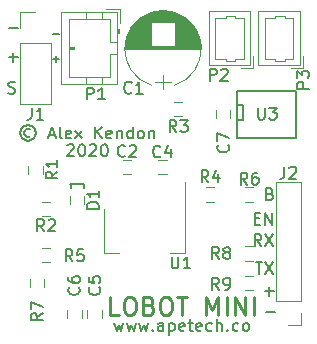
<source format=gto>
G04 #@! TF.GenerationSoftware,KiCad,Pcbnew,(5.1.6)-1*
G04 #@! TF.CreationDate,2020-09-12T19:57:54+12:00*
G04 #@! TF.ProjectId,ESPAnt,45535041-6e74-42e6-9b69-6361645f7063,rev?*
G04 #@! TF.SameCoordinates,PX42c1d80PY8f0d180*
G04 #@! TF.FileFunction,Legend,Top*
G04 #@! TF.FilePolarity,Positive*
%FSLAX46Y46*%
G04 Gerber Fmt 4.6, Leading zero omitted, Abs format (unit mm)*
G04 Created by KiCad (PCBNEW (5.1.6)-1) date 2020-09-12 19:57:54*
%MOMM*%
%LPD*%
G01*
G04 APERTURE LIST*
%ADD10C,0.150000*%
%ADD11C,0.250000*%
%ADD12C,0.120000*%
%ADD13C,0.100000*%
G04 APERTURE END LIST*
D10*
X6785714Y22952381D02*
X6833333Y23000000D01*
X6928571Y23047620D01*
X7166666Y23047620D01*
X7261904Y23000000D01*
X7309523Y22952381D01*
X7357142Y22857143D01*
X7357142Y22761905D01*
X7309523Y22619048D01*
X6738095Y22047620D01*
X7357142Y22047620D01*
X7976190Y23047620D02*
X8071428Y23047620D01*
X8166666Y23000000D01*
X8214285Y22952381D01*
X8261904Y22857143D01*
X8309523Y22666667D01*
X8309523Y22428572D01*
X8261904Y22238096D01*
X8214285Y22142858D01*
X8166666Y22095239D01*
X8071428Y22047620D01*
X7976190Y22047620D01*
X7880952Y22095239D01*
X7833333Y22142858D01*
X7785714Y22238096D01*
X7738095Y22428572D01*
X7738095Y22666667D01*
X7785714Y22857143D01*
X7833333Y22952381D01*
X7880952Y23000000D01*
X7976190Y23047620D01*
X8690476Y22952381D02*
X8738095Y23000000D01*
X8833333Y23047620D01*
X9071428Y23047620D01*
X9166666Y23000000D01*
X9214285Y22952381D01*
X9261904Y22857143D01*
X9261904Y22761905D01*
X9214285Y22619048D01*
X8642857Y22047620D01*
X9261904Y22047620D01*
X9880952Y23047620D02*
X9976190Y23047620D01*
X10071428Y23000000D01*
X10119047Y22952381D01*
X10166666Y22857143D01*
X10214285Y22666667D01*
X10214285Y22428572D01*
X10166666Y22238096D01*
X10119047Y22142858D01*
X10071428Y22095239D01*
X9976190Y22047620D01*
X9880952Y22047620D01*
X9785714Y22095239D01*
X9738095Y22142858D01*
X9690476Y22238096D01*
X9642857Y22428572D01*
X9642857Y22666667D01*
X9690476Y22857143D01*
X9738095Y22952381D01*
X9785714Y23000000D01*
X9880952Y23047620D01*
X3666666Y24309524D02*
X3571428Y24357143D01*
X3380952Y24357143D01*
X3285714Y24309524D01*
X3190476Y24214286D01*
X3142857Y24119048D01*
X3142857Y23928572D01*
X3190476Y23833334D01*
X3285714Y23738096D01*
X3380952Y23690477D01*
X3571428Y23690477D01*
X3666666Y23738096D01*
X3476190Y24690477D02*
X3238095Y24642858D01*
X3000000Y24500000D01*
X2857142Y24261905D01*
X2809523Y24023810D01*
X2857142Y23785715D01*
X3000000Y23547620D01*
X3238095Y23404762D01*
X3476190Y23357143D01*
X3714285Y23404762D01*
X3952380Y23547620D01*
X4095238Y23785715D01*
X4142857Y24023810D01*
X4095238Y24261905D01*
X3952380Y24500000D01*
X3714285Y24642858D01*
X3476190Y24690477D01*
X5285714Y23833334D02*
X5761904Y23833334D01*
X5190476Y23547620D02*
X5523809Y24547620D01*
X5857142Y23547620D01*
X6333333Y23547620D02*
X6238095Y23595239D01*
X6190476Y23690477D01*
X6190476Y24547620D01*
X7095238Y23595239D02*
X7000000Y23547620D01*
X6809523Y23547620D01*
X6714285Y23595239D01*
X6666666Y23690477D01*
X6666666Y24071429D01*
X6714285Y24166667D01*
X6809523Y24214286D01*
X7000000Y24214286D01*
X7095238Y24166667D01*
X7142857Y24071429D01*
X7142857Y23976191D01*
X6666666Y23880953D01*
X7476190Y23547620D02*
X8000000Y24214286D01*
X7476190Y24214286D02*
X8000000Y23547620D01*
X9142857Y23547620D02*
X9142857Y24547620D01*
X9714285Y23547620D02*
X9285714Y24119048D01*
X9714285Y24547620D02*
X9142857Y23976191D01*
X10523809Y23595239D02*
X10428571Y23547620D01*
X10238095Y23547620D01*
X10142857Y23595239D01*
X10095238Y23690477D01*
X10095238Y24071429D01*
X10142857Y24166667D01*
X10238095Y24214286D01*
X10428571Y24214286D01*
X10523809Y24166667D01*
X10571428Y24071429D01*
X10571428Y23976191D01*
X10095238Y23880953D01*
X11000000Y24214286D02*
X11000000Y23547620D01*
X11000000Y24119048D02*
X11047619Y24166667D01*
X11142857Y24214286D01*
X11285714Y24214286D01*
X11380952Y24166667D01*
X11428571Y24071429D01*
X11428571Y23547620D01*
X12333333Y23547620D02*
X12333333Y24547620D01*
X12333333Y23595239D02*
X12238095Y23547620D01*
X12047619Y23547620D01*
X11952380Y23595239D01*
X11904761Y23642858D01*
X11857142Y23738096D01*
X11857142Y24023810D01*
X11904761Y24119048D01*
X11952380Y24166667D01*
X12047619Y24214286D01*
X12238095Y24214286D01*
X12333333Y24166667D01*
X12952380Y23547620D02*
X12857142Y23595239D01*
X12809523Y23642858D01*
X12761904Y23738096D01*
X12761904Y24023810D01*
X12809523Y24119048D01*
X12857142Y24166667D01*
X12952380Y24214286D01*
X13095238Y24214286D01*
X13190476Y24166667D01*
X13238095Y24119048D01*
X13285714Y24023810D01*
X13285714Y23738096D01*
X13238095Y23642858D01*
X13190476Y23595239D01*
X13095238Y23547620D01*
X12952380Y23547620D01*
X13714285Y24214286D02*
X13714285Y23547620D01*
X13714285Y24119048D02*
X13761904Y24166667D01*
X13857142Y24214286D01*
X14000000Y24214286D01*
X14095238Y24166667D01*
X14142857Y24071429D01*
X14142857Y23547620D01*
D11*
X11142857Y8621429D02*
X10428571Y8621429D01*
X10428571Y10121429D01*
X11928571Y10121429D02*
X12214285Y10121429D01*
X12357142Y10050000D01*
X12500000Y9907143D01*
X12571428Y9621429D01*
X12571428Y9121429D01*
X12500000Y8835715D01*
X12357142Y8692858D01*
X12214285Y8621429D01*
X11928571Y8621429D01*
X11785714Y8692858D01*
X11642857Y8835715D01*
X11571428Y9121429D01*
X11571428Y9621429D01*
X11642857Y9907143D01*
X11785714Y10050000D01*
X11928571Y10121429D01*
X13714285Y9407143D02*
X13928571Y9335715D01*
X14000000Y9264286D01*
X14071428Y9121429D01*
X14071428Y8907143D01*
X14000000Y8764286D01*
X13928571Y8692858D01*
X13785714Y8621429D01*
X13214285Y8621429D01*
X13214285Y10121429D01*
X13714285Y10121429D01*
X13857142Y10050000D01*
X13928571Y9978572D01*
X14000000Y9835715D01*
X14000000Y9692858D01*
X13928571Y9550000D01*
X13857142Y9478572D01*
X13714285Y9407143D01*
X13214285Y9407143D01*
X15000000Y10121429D02*
X15285714Y10121429D01*
X15428571Y10050000D01*
X15571428Y9907143D01*
X15642857Y9621429D01*
X15642857Y9121429D01*
X15571428Y8835715D01*
X15428571Y8692858D01*
X15285714Y8621429D01*
X15000000Y8621429D01*
X14857142Y8692858D01*
X14714285Y8835715D01*
X14642857Y9121429D01*
X14642857Y9621429D01*
X14714285Y9907143D01*
X14857142Y10050000D01*
X15000000Y10121429D01*
X16071428Y10121429D02*
X16928571Y10121429D01*
X16500000Y8621429D02*
X16500000Y10121429D01*
X18571428Y8621429D02*
X18571428Y10121429D01*
X19071428Y9050000D01*
X19571428Y10121429D01*
X19571428Y8621429D01*
X20285714Y8621429D02*
X20285714Y10121429D01*
X21000000Y8621429D02*
X21000000Y10121429D01*
X21857142Y8621429D01*
X21857142Y10121429D01*
X22571428Y8621429D02*
X22571428Y10121429D01*
D10*
X10785714Y7914286D02*
X10976190Y7247620D01*
X11166666Y7723810D01*
X11357142Y7247620D01*
X11547619Y7914286D01*
X11833333Y7914286D02*
X12023809Y7247620D01*
X12214285Y7723810D01*
X12404761Y7247620D01*
X12595238Y7914286D01*
X12880952Y7914286D02*
X13071428Y7247620D01*
X13261904Y7723810D01*
X13452380Y7247620D01*
X13642857Y7914286D01*
X14023809Y7342858D02*
X14071428Y7295239D01*
X14023809Y7247620D01*
X13976190Y7295239D01*
X14023809Y7342858D01*
X14023809Y7247620D01*
X14928571Y7247620D02*
X14928571Y7771429D01*
X14880952Y7866667D01*
X14785714Y7914286D01*
X14595238Y7914286D01*
X14500000Y7866667D01*
X14928571Y7295239D02*
X14833333Y7247620D01*
X14595238Y7247620D01*
X14500000Y7295239D01*
X14452380Y7390477D01*
X14452380Y7485715D01*
X14500000Y7580953D01*
X14595238Y7628572D01*
X14833333Y7628572D01*
X14928571Y7676191D01*
X15404761Y7914286D02*
X15404761Y6914286D01*
X15404761Y7866667D02*
X15500000Y7914286D01*
X15690476Y7914286D01*
X15785714Y7866667D01*
X15833333Y7819048D01*
X15880952Y7723810D01*
X15880952Y7438096D01*
X15833333Y7342858D01*
X15785714Y7295239D01*
X15690476Y7247620D01*
X15500000Y7247620D01*
X15404761Y7295239D01*
X16690476Y7295239D02*
X16595238Y7247620D01*
X16404761Y7247620D01*
X16309523Y7295239D01*
X16261904Y7390477D01*
X16261904Y7771429D01*
X16309523Y7866667D01*
X16404761Y7914286D01*
X16595238Y7914286D01*
X16690476Y7866667D01*
X16738095Y7771429D01*
X16738095Y7676191D01*
X16261904Y7580953D01*
X17023809Y7914286D02*
X17404761Y7914286D01*
X17166666Y8247620D02*
X17166666Y7390477D01*
X17214285Y7295239D01*
X17309523Y7247620D01*
X17404761Y7247620D01*
X18119047Y7295239D02*
X18023809Y7247620D01*
X17833333Y7247620D01*
X17738095Y7295239D01*
X17690476Y7390477D01*
X17690476Y7771429D01*
X17738095Y7866667D01*
X17833333Y7914286D01*
X18023809Y7914286D01*
X18119047Y7866667D01*
X18166666Y7771429D01*
X18166666Y7676191D01*
X17690476Y7580953D01*
X19023809Y7295239D02*
X18928571Y7247620D01*
X18738095Y7247620D01*
X18642857Y7295239D01*
X18595238Y7342858D01*
X18547619Y7438096D01*
X18547619Y7723810D01*
X18595238Y7819048D01*
X18642857Y7866667D01*
X18738095Y7914286D01*
X18928571Y7914286D01*
X19023809Y7866667D01*
X19452380Y7247620D02*
X19452380Y8247620D01*
X19880952Y7247620D02*
X19880952Y7771429D01*
X19833333Y7866667D01*
X19738095Y7914286D01*
X19595238Y7914286D01*
X19500000Y7866667D01*
X19452380Y7819048D01*
X20357142Y7342858D02*
X20404761Y7295239D01*
X20357142Y7247620D01*
X20309523Y7295239D01*
X20357142Y7342858D01*
X20357142Y7247620D01*
X21261904Y7295239D02*
X21166666Y7247620D01*
X20976190Y7247620D01*
X20880952Y7295239D01*
X20833333Y7342858D01*
X20785714Y7438096D01*
X20785714Y7723810D01*
X20833333Y7819048D01*
X20880952Y7866667D01*
X20976190Y7914286D01*
X21166666Y7914286D01*
X21261904Y7866667D01*
X21833333Y7247620D02*
X21738095Y7295239D01*
X21690476Y7342858D01*
X21642857Y7438096D01*
X21642857Y7723810D01*
X21690476Y7819048D01*
X21738095Y7866667D01*
X21833333Y7914286D01*
X21976190Y7914286D01*
X22071428Y7866667D01*
X22119047Y7819048D01*
X22166666Y7723810D01*
X22166666Y7438096D01*
X22119047Y7342858D01*
X22071428Y7295239D01*
X21976190Y7247620D01*
X21833333Y7247620D01*
X5583333Y30250000D02*
X6116666Y30250000D01*
X5850000Y29983334D02*
X5850000Y30516667D01*
X5583333Y32350000D02*
X6116666Y32350000D01*
X23971428Y18871429D02*
X24114285Y18823810D01*
X24161904Y18776191D01*
X24209523Y18680953D01*
X24209523Y18538096D01*
X24161904Y18442858D01*
X24114285Y18395239D01*
X24019047Y18347620D01*
X23638095Y18347620D01*
X23638095Y19347620D01*
X23971428Y19347620D01*
X24066666Y19300000D01*
X24114285Y19252381D01*
X24161904Y19157143D01*
X24161904Y19061905D01*
X24114285Y18966667D01*
X24066666Y18919048D01*
X23971428Y18871429D01*
X23638095Y18871429D01*
X22661904Y16771429D02*
X22995238Y16771429D01*
X23138095Y16247620D02*
X22661904Y16247620D01*
X22661904Y17247620D01*
X23138095Y17247620D01*
X23566666Y16247620D02*
X23566666Y17247620D01*
X24138095Y16247620D01*
X24138095Y17247620D01*
X23233333Y14447620D02*
X22900000Y14923810D01*
X22661904Y14447620D02*
X22661904Y15447620D01*
X23042857Y15447620D01*
X23138095Y15400000D01*
X23185714Y15352381D01*
X23233333Y15257143D01*
X23233333Y15114286D01*
X23185714Y15019048D01*
X23138095Y14971429D01*
X23042857Y14923810D01*
X22661904Y14923810D01*
X23566666Y15447620D02*
X24233333Y14447620D01*
X24233333Y15447620D02*
X23566666Y14447620D01*
X22738095Y13047620D02*
X23309523Y13047620D01*
X23023809Y12047620D02*
X23023809Y13047620D01*
X23547619Y13047620D02*
X24214285Y12047620D01*
X24214285Y13047620D02*
X23547619Y12047620D01*
X23619047Y8828572D02*
X24380952Y8828572D01*
X23519047Y10628572D02*
X24280952Y10628572D01*
X23900000Y10247620D02*
X23900000Y11009524D01*
X1814285Y27395239D02*
X1957142Y27347620D01*
X2195238Y27347620D01*
X2290476Y27395239D01*
X2338095Y27442858D01*
X2385714Y27538096D01*
X2385714Y27633334D01*
X2338095Y27728572D01*
X2290476Y27776191D01*
X2195238Y27823810D01*
X2004761Y27871429D01*
X1909523Y27919048D01*
X1861904Y27966667D01*
X1814285Y28061905D01*
X1814285Y28157143D01*
X1861904Y28252381D01*
X1909523Y28300000D01*
X2004761Y28347620D01*
X2242857Y28347620D01*
X2385714Y28300000D01*
X1819047Y30428572D02*
X2580952Y30428572D01*
X2200000Y30047620D02*
X2200000Y30809524D01*
X1819047Y32928572D02*
X2580952Y32928572D01*
X21668000Y25092000D02*
X21160000Y25092000D01*
X21668000Y26362000D02*
X21668000Y25092000D01*
X21160000Y26362000D02*
X21668000Y26362000D01*
X21160000Y23600000D02*
X21160000Y27600000D01*
X26200000Y23600000D02*
X21160000Y23600000D01*
X26200000Y27600000D02*
X26200000Y23600000D01*
X21160000Y27600000D02*
X26200000Y27600000D01*
D12*
X26725000Y29500000D02*
X26725000Y30500000D01*
X26725000Y29500000D02*
X25725000Y29500000D01*
X23525000Y33750000D02*
X23525000Y32025000D01*
X24400000Y33750000D02*
X23525000Y33750000D01*
X24400000Y33950000D02*
X24400000Y33750000D01*
X25200000Y33950000D02*
X24400000Y33950000D01*
X25200000Y33750000D02*
X25200000Y33950000D01*
X25925000Y33750000D02*
X25200000Y33750000D01*
X25925000Y32025000D02*
X25925000Y33750000D01*
X23525000Y30300000D02*
X23525000Y32025000D01*
X24400000Y30300000D02*
X23525000Y30300000D01*
X24400000Y30100000D02*
X24400000Y30300000D01*
X25200000Y30100000D02*
X24400000Y30100000D01*
X25200000Y30300000D02*
X25200000Y30100000D01*
X25925000Y30300000D02*
X25200000Y30300000D01*
X25925000Y32025000D02*
X25925000Y30300000D01*
X22975000Y34300000D02*
X22975000Y29750000D01*
X26475000Y34300000D02*
X22975000Y34300000D01*
X26475000Y29750000D02*
X26475000Y34300000D01*
X22975000Y29750000D02*
X26475000Y29750000D01*
X22525000Y29500000D02*
X22525000Y30500000D01*
X22525000Y29500000D02*
X21525000Y29500000D01*
X19325000Y33750000D02*
X19325000Y32025000D01*
X20200000Y33750000D02*
X19325000Y33750000D01*
X20200000Y33950000D02*
X20200000Y33750000D01*
X21000000Y33950000D02*
X20200000Y33950000D01*
X21000000Y33750000D02*
X21000000Y33950000D01*
X21725000Y33750000D02*
X21000000Y33750000D01*
X21725000Y32025000D02*
X21725000Y33750000D01*
X19325000Y30300000D02*
X19325000Y32025000D01*
X20200000Y30300000D02*
X19325000Y30300000D01*
X20200000Y30100000D02*
X20200000Y30300000D01*
X21000000Y30100000D02*
X20200000Y30100000D01*
X21000000Y30300000D02*
X21000000Y30100000D01*
X21725000Y30300000D02*
X21000000Y30300000D01*
X21725000Y32025000D02*
X21725000Y30300000D01*
X18775000Y34300000D02*
X18775000Y29750000D01*
X22275000Y34300000D02*
X18775000Y34300000D01*
X22275000Y29750000D02*
X22275000Y34300000D01*
X18775000Y29750000D02*
X22275000Y29750000D01*
X26560000Y7740000D02*
X25500000Y7740000D01*
X26560000Y8800000D02*
X26560000Y7740000D01*
X26560000Y9800000D02*
X24440000Y9800000D01*
X24440000Y9800000D02*
X24440000Y19860000D01*
X26560000Y9800000D02*
X26560000Y19860000D01*
X26560000Y19860000D02*
X24440000Y19860000D01*
X4700000Y21250000D02*
X4700000Y20550000D01*
X3500000Y20550000D02*
X3500000Y21250000D01*
X22550000Y10700000D02*
X21850000Y10700000D01*
X21850000Y11900000D02*
X22550000Y11900000D01*
X22550000Y13200000D02*
X21850000Y13200000D01*
X21850000Y14400000D02*
X22550000Y14400000D01*
X4800000Y11650000D02*
X4800000Y10950000D01*
X3600000Y10950000D02*
X3600000Y11650000D01*
X21850000Y19400000D02*
X22550000Y19400000D01*
X22550000Y18200000D02*
X21850000Y18200000D01*
X4650000Y14300000D02*
X5350000Y14300000D01*
X5350000Y13100000D02*
X4650000Y13100000D01*
X19250000Y18200000D02*
X18550000Y18200000D01*
X18550000Y19400000D02*
X19250000Y19400000D01*
X15850000Y26650000D02*
X16550000Y26650000D01*
X16550000Y25450000D02*
X15850000Y25450000D01*
X5350000Y16950000D02*
X4650000Y16950000D01*
X4650000Y18150000D02*
X5350000Y18150000D01*
X2770000Y34230000D02*
X4100000Y34230000D01*
X2770000Y32900000D02*
X2770000Y34230000D01*
X2770000Y31630000D02*
X5430000Y31630000D01*
X5430000Y31630000D02*
X5430000Y26490000D01*
X2770000Y31630000D02*
X2770000Y26490000D01*
X2770000Y26490000D02*
X5430000Y26490000D01*
D13*
X7100000Y19650000D02*
X7100000Y19350000D01*
X7100000Y19350000D02*
X7000000Y19350000D01*
X7000000Y19350000D02*
X7000000Y19650000D01*
X8200000Y19650000D02*
X8200000Y19350000D01*
X8200000Y19350000D02*
X8100000Y19350000D01*
X8100000Y19350000D02*
X8100000Y19650000D01*
D10*
X8200000Y19650000D02*
X7000000Y19650000D01*
D12*
X7000000Y18000000D02*
X7000000Y18700000D01*
X8200000Y18700000D02*
X8200000Y18000000D01*
X20600000Y25950000D02*
X20600000Y25250000D01*
X19400000Y25250000D02*
X19400000Y25950000D01*
X8000000Y9050000D02*
X8000000Y8350000D01*
X6800000Y8350000D02*
X6800000Y9050000D01*
X9700000Y9050000D02*
X9700000Y8350000D01*
X8500000Y8350000D02*
X8500000Y9050000D01*
X15200000Y20500000D02*
X14500000Y20500000D01*
X14500000Y21700000D02*
X15200000Y21700000D01*
X12200000Y20500000D02*
X11500000Y20500000D01*
X11500000Y21700000D02*
X12200000Y21700000D01*
X11300000Y34550000D02*
X10050000Y34550000D01*
X11300000Y33300000D02*
X11300000Y34550000D01*
X6900000Y31200000D02*
X7400000Y31200000D01*
X7400000Y31100000D02*
X6900000Y31100000D01*
X7400000Y31300000D02*
X7400000Y31100000D01*
X6900000Y31300000D02*
X7400000Y31300000D01*
X11100000Y32500000D02*
X11100000Y32800000D01*
X11200000Y32800000D02*
X11000000Y32800000D01*
X11200000Y32500000D02*
X11200000Y32800000D01*
X11000000Y32500000D02*
X11200000Y32500000D01*
X8400000Y28150000D02*
X8400000Y28750000D01*
X9700000Y28150000D02*
X9700000Y28750000D01*
X8400000Y34250000D02*
X8400000Y33650000D01*
X9700000Y34250000D02*
X9700000Y33650000D01*
X10400000Y30700000D02*
X11000000Y30700000D01*
X10400000Y28750000D02*
X10400000Y30700000D01*
X6900000Y28750000D02*
X10400000Y28750000D01*
X6900000Y33650000D02*
X6900000Y28750000D01*
X10400000Y33650000D02*
X6900000Y33650000D01*
X10400000Y31700000D02*
X10400000Y33650000D01*
X11000000Y31700000D02*
X10400000Y31700000D01*
X11000000Y28150000D02*
X11000000Y34250000D01*
X6300000Y28150000D02*
X11000000Y28150000D01*
X6300000Y34250000D02*
X6300000Y28150000D01*
X11000000Y34250000D02*
X6300000Y34250000D01*
X16760000Y19850000D02*
X16760000Y13840000D01*
X9940000Y17600000D02*
X9940000Y13840000D01*
X16760000Y13840000D02*
X15500000Y13840000D01*
X9940000Y13840000D02*
X11200000Y13840000D01*
X11700000Y31150000D02*
X18100000Y31150000D01*
X11700000Y31190000D02*
X18100000Y31190000D01*
X11700000Y31230000D02*
X18100000Y31230000D01*
X11702000Y31270000D02*
X18098000Y31270000D01*
X11703000Y31310000D02*
X18097000Y31310000D01*
X11706000Y31350000D02*
X18094000Y31350000D01*
X11708000Y31390000D02*
X18092000Y31390000D01*
X11712000Y31430000D02*
X13920000Y31430000D01*
X15880000Y31430000D02*
X18088000Y31430000D01*
X11715000Y31470000D02*
X13920000Y31470000D01*
X15880000Y31470000D02*
X18085000Y31470000D01*
X11720000Y31510000D02*
X13920000Y31510000D01*
X15880000Y31510000D02*
X18080000Y31510000D01*
X11724000Y31550000D02*
X13920000Y31550000D01*
X15880000Y31550000D02*
X18076000Y31550000D01*
X11730000Y31590000D02*
X13920000Y31590000D01*
X15880000Y31590000D02*
X18070000Y31590000D01*
X11735000Y31630000D02*
X13920000Y31630000D01*
X15880000Y31630000D02*
X18065000Y31630000D01*
X11742000Y31670000D02*
X13920000Y31670000D01*
X15880000Y31670000D02*
X18058000Y31670000D01*
X11748000Y31710000D02*
X13920000Y31710000D01*
X15880000Y31710000D02*
X18052000Y31710000D01*
X11756000Y31750000D02*
X13920000Y31750000D01*
X15880000Y31750000D02*
X18044000Y31750000D01*
X11763000Y31790000D02*
X13920000Y31790000D01*
X15880000Y31790000D02*
X18037000Y31790000D01*
X11772000Y31830000D02*
X13920000Y31830000D01*
X15880000Y31830000D02*
X18028000Y31830000D01*
X11781000Y31871000D02*
X13920000Y31871000D01*
X15880000Y31871000D02*
X18019000Y31871000D01*
X11790000Y31911000D02*
X13920000Y31911000D01*
X15880000Y31911000D02*
X18010000Y31911000D01*
X11800000Y31951000D02*
X13920000Y31951000D01*
X15880000Y31951000D02*
X18000000Y31951000D01*
X11810000Y31991000D02*
X13920000Y31991000D01*
X15880000Y31991000D02*
X17990000Y31991000D01*
X11821000Y32031000D02*
X13920000Y32031000D01*
X15880000Y32031000D02*
X17979000Y32031000D01*
X11833000Y32071000D02*
X13920000Y32071000D01*
X15880000Y32071000D02*
X17967000Y32071000D01*
X11845000Y32111000D02*
X13920000Y32111000D01*
X15880000Y32111000D02*
X17955000Y32111000D01*
X11858000Y32151000D02*
X13920000Y32151000D01*
X15880000Y32151000D02*
X17942000Y32151000D01*
X11871000Y32191000D02*
X13920000Y32191000D01*
X15880000Y32191000D02*
X17929000Y32191000D01*
X11885000Y32231000D02*
X13920000Y32231000D01*
X15880000Y32231000D02*
X17915000Y32231000D01*
X11899000Y32271000D02*
X13920000Y32271000D01*
X15880000Y32271000D02*
X17901000Y32271000D01*
X11914000Y32311000D02*
X13920000Y32311000D01*
X15880000Y32311000D02*
X17886000Y32311000D01*
X11930000Y32351000D02*
X13920000Y32351000D01*
X15880000Y32351000D02*
X17870000Y32351000D01*
X11946000Y32391000D02*
X13920000Y32391000D01*
X15880000Y32391000D02*
X17854000Y32391000D01*
X11963000Y32431000D02*
X13920000Y32431000D01*
X15880000Y32431000D02*
X17837000Y32431000D01*
X11981000Y32471000D02*
X13920000Y32471000D01*
X15880000Y32471000D02*
X17819000Y32471000D01*
X11999000Y32511000D02*
X13920000Y32511000D01*
X15880000Y32511000D02*
X17801000Y32511000D01*
X12018000Y32551000D02*
X13920000Y32551000D01*
X15880000Y32551000D02*
X17782000Y32551000D01*
X12037000Y32591000D02*
X13920000Y32591000D01*
X15880000Y32591000D02*
X17763000Y32591000D01*
X12057000Y32631000D02*
X13920000Y32631000D01*
X15880000Y32631000D02*
X17743000Y32631000D01*
X12078000Y32671000D02*
X13920000Y32671000D01*
X15880000Y32671000D02*
X17722000Y32671000D01*
X12100000Y32711000D02*
X13920000Y32711000D01*
X15880000Y32711000D02*
X17700000Y32711000D01*
X12122000Y32751000D02*
X13920000Y32751000D01*
X15880000Y32751000D02*
X17678000Y32751000D01*
X12145000Y32791000D02*
X13920000Y32791000D01*
X15880000Y32791000D02*
X17655000Y32791000D01*
X12169000Y32831000D02*
X13920000Y32831000D01*
X15880000Y32831000D02*
X17631000Y32831000D01*
X12194000Y32871000D02*
X13920000Y32871000D01*
X15880000Y32871000D02*
X17606000Y32871000D01*
X12219000Y32911000D02*
X13920000Y32911000D01*
X15880000Y32911000D02*
X17581000Y32911000D01*
X12246000Y32951000D02*
X13920000Y32951000D01*
X15880000Y32951000D02*
X17554000Y32951000D01*
X12273000Y32991000D02*
X13920000Y32991000D01*
X15880000Y32991000D02*
X17527000Y32991000D01*
X12301000Y33031000D02*
X13920000Y33031000D01*
X15880000Y33031000D02*
X17499000Y33031000D01*
X12330000Y33071000D02*
X13920000Y33071000D01*
X15880000Y33071000D02*
X17470000Y33071000D01*
X12360000Y33111000D02*
X13920000Y33111000D01*
X15880000Y33111000D02*
X17440000Y33111000D01*
X12390000Y33151000D02*
X13920000Y33151000D01*
X15880000Y33151000D02*
X17410000Y33151000D01*
X12422000Y33191000D02*
X13920000Y33191000D01*
X15880000Y33191000D02*
X17378000Y33191000D01*
X12455000Y33231000D02*
X13920000Y33231000D01*
X15880000Y33231000D02*
X17345000Y33231000D01*
X12489000Y33271000D02*
X13920000Y33271000D01*
X15880000Y33271000D02*
X17311000Y33271000D01*
X12525000Y33311000D02*
X13920000Y33311000D01*
X15880000Y33311000D02*
X17275000Y33311000D01*
X12561000Y33351000D02*
X13920000Y33351000D01*
X15880000Y33351000D02*
X17239000Y33351000D01*
X12599000Y33391000D02*
X17201000Y33391000D01*
X12638000Y33431000D02*
X17162000Y33431000D01*
X12678000Y33471000D02*
X17122000Y33471000D01*
X12720000Y33511000D02*
X17080000Y33511000D01*
X12763000Y33551000D02*
X17037000Y33551000D01*
X12808000Y33591000D02*
X16992000Y33591000D01*
X12855000Y33631000D02*
X16945000Y33631000D01*
X12903000Y33671000D02*
X16897000Y33671000D01*
X12954000Y33711000D02*
X16846000Y33711000D01*
X13006000Y33751000D02*
X16794000Y33751000D01*
X13061000Y33791000D02*
X16739000Y33791000D01*
X13119000Y33831000D02*
X16681000Y33831000D01*
X13179000Y33871000D02*
X16621000Y33871000D01*
X13242000Y33911000D02*
X16558000Y33911000D01*
X13309000Y33951000D02*
X16491000Y33951000D01*
X13380000Y33991000D02*
X16420000Y33991000D01*
X13455000Y34031000D02*
X16345000Y34031000D01*
X13536000Y34071000D02*
X16264000Y34071000D01*
X13622000Y34111000D02*
X16178000Y34111000D01*
X13716000Y34151000D02*
X16084000Y34151000D01*
X13819000Y34191000D02*
X15981000Y34191000D01*
X13934000Y34231000D02*
X15866000Y34231000D01*
X14066000Y34271000D02*
X15734000Y34271000D01*
X14224000Y34311000D02*
X15576000Y34311000D01*
X14432000Y34351000D02*
X15368000Y34351000D01*
X14900000Y27700000D02*
X14900000Y28900000D01*
X14250000Y28300000D02*
X15550000Y28300000D01*
X15879357Y34238440D02*
G75*
G03*
X13920000Y34238236I-979357J-3088440D01*
G01*
X15879357Y34238440D02*
G75*
G02*
X15880000Y28061764I-979357J-3088440D01*
G01*
X13920643Y34238440D02*
G75*
G03*
X13920000Y28061764I979357J-3088440D01*
G01*
D10*
X22938095Y26147620D02*
X22938095Y25338096D01*
X22985714Y25242858D01*
X23033333Y25195239D01*
X23128571Y25147620D01*
X23319047Y25147620D01*
X23414285Y25195239D01*
X23461904Y25242858D01*
X23509523Y25338096D01*
X23509523Y26147620D01*
X23890476Y26147620D02*
X24509523Y26147620D01*
X24176190Y25766667D01*
X24319047Y25766667D01*
X24414285Y25719048D01*
X24461904Y25671429D01*
X24509523Y25576191D01*
X24509523Y25338096D01*
X24461904Y25242858D01*
X24414285Y25195239D01*
X24319047Y25147620D01*
X24033333Y25147620D01*
X23938095Y25195239D01*
X23890476Y25242858D01*
X27252380Y27761905D02*
X26252380Y27761905D01*
X26252380Y28142858D01*
X26300000Y28238096D01*
X26347619Y28285715D01*
X26442857Y28333334D01*
X26585714Y28333334D01*
X26680952Y28285715D01*
X26728571Y28238096D01*
X26776190Y28142858D01*
X26776190Y27761905D01*
X26252380Y28666667D02*
X26252380Y29285715D01*
X26633333Y28952381D01*
X26633333Y29095239D01*
X26680952Y29190477D01*
X26728571Y29238096D01*
X26823809Y29285715D01*
X27061904Y29285715D01*
X27157142Y29238096D01*
X27204761Y29190477D01*
X27252380Y29095239D01*
X27252380Y28809524D01*
X27204761Y28714286D01*
X27157142Y28666667D01*
X18861904Y28447620D02*
X18861904Y29447620D01*
X19242857Y29447620D01*
X19338095Y29400000D01*
X19385714Y29352381D01*
X19433333Y29257143D01*
X19433333Y29114286D01*
X19385714Y29019048D01*
X19338095Y28971429D01*
X19242857Y28923810D01*
X18861904Y28923810D01*
X19814285Y29352381D02*
X19861904Y29400000D01*
X19957142Y29447620D01*
X20195238Y29447620D01*
X20290476Y29400000D01*
X20338095Y29352381D01*
X20385714Y29257143D01*
X20385714Y29161905D01*
X20338095Y29019048D01*
X19766666Y28447620D01*
X20385714Y28447620D01*
X25166666Y21147620D02*
X25166666Y20433334D01*
X25119047Y20290477D01*
X25023809Y20195239D01*
X24880952Y20147620D01*
X24785714Y20147620D01*
X25595238Y21052381D02*
X25642857Y21100000D01*
X25738095Y21147620D01*
X25976190Y21147620D01*
X26071428Y21100000D01*
X26119047Y21052381D01*
X26166666Y20957143D01*
X26166666Y20861905D01*
X26119047Y20719048D01*
X25547619Y20147620D01*
X26166666Y20147620D01*
X5952380Y20733334D02*
X5476190Y20400000D01*
X5952380Y20161905D02*
X4952380Y20161905D01*
X4952380Y20542858D01*
X5000000Y20638096D01*
X5047619Y20685715D01*
X5142857Y20733334D01*
X5285714Y20733334D01*
X5380952Y20685715D01*
X5428571Y20638096D01*
X5476190Y20542858D01*
X5476190Y20161905D01*
X5952380Y21685715D02*
X5952380Y21114286D01*
X5952380Y21400000D02*
X4952380Y21400000D01*
X5095238Y21304762D01*
X5190476Y21209524D01*
X5238095Y21114286D01*
X19633333Y10747620D02*
X19300000Y11223810D01*
X19061904Y10747620D02*
X19061904Y11747620D01*
X19442857Y11747620D01*
X19538095Y11700000D01*
X19585714Y11652381D01*
X19633333Y11557143D01*
X19633333Y11414286D01*
X19585714Y11319048D01*
X19538095Y11271429D01*
X19442857Y11223810D01*
X19061904Y11223810D01*
X20109523Y10747620D02*
X20300000Y10747620D01*
X20395238Y10795239D01*
X20442857Y10842858D01*
X20538095Y10985715D01*
X20585714Y11176191D01*
X20585714Y11557143D01*
X20538095Y11652381D01*
X20490476Y11700000D01*
X20395238Y11747620D01*
X20204761Y11747620D01*
X20109523Y11700000D01*
X20061904Y11652381D01*
X20014285Y11557143D01*
X20014285Y11319048D01*
X20061904Y11223810D01*
X20109523Y11176191D01*
X20204761Y11128572D01*
X20395238Y11128572D01*
X20490476Y11176191D01*
X20538095Y11223810D01*
X20585714Y11319048D01*
X19633333Y13347620D02*
X19300000Y13823810D01*
X19061904Y13347620D02*
X19061904Y14347620D01*
X19442857Y14347620D01*
X19538095Y14300000D01*
X19585714Y14252381D01*
X19633333Y14157143D01*
X19633333Y14014286D01*
X19585714Y13919048D01*
X19538095Y13871429D01*
X19442857Y13823810D01*
X19061904Y13823810D01*
X20204761Y13919048D02*
X20109523Y13966667D01*
X20061904Y14014286D01*
X20014285Y14109524D01*
X20014285Y14157143D01*
X20061904Y14252381D01*
X20109523Y14300000D01*
X20204761Y14347620D01*
X20395238Y14347620D01*
X20490476Y14300000D01*
X20538095Y14252381D01*
X20585714Y14157143D01*
X20585714Y14109524D01*
X20538095Y14014286D01*
X20490476Y13966667D01*
X20395238Y13919048D01*
X20204761Y13919048D01*
X20109523Y13871429D01*
X20061904Y13823810D01*
X20014285Y13728572D01*
X20014285Y13538096D01*
X20061904Y13442858D01*
X20109523Y13395239D01*
X20204761Y13347620D01*
X20395238Y13347620D01*
X20490476Y13395239D01*
X20538095Y13442858D01*
X20585714Y13538096D01*
X20585714Y13728572D01*
X20538095Y13823810D01*
X20490476Y13871429D01*
X20395238Y13919048D01*
X4702380Y8733334D02*
X4226190Y8400000D01*
X4702380Y8161905D02*
X3702380Y8161905D01*
X3702380Y8542858D01*
X3750000Y8638096D01*
X3797619Y8685715D01*
X3892857Y8733334D01*
X4035714Y8733334D01*
X4130952Y8685715D01*
X4178571Y8638096D01*
X4226190Y8542858D01*
X4226190Y8161905D01*
X3702380Y9066667D02*
X3702380Y9733334D01*
X4702380Y9304762D01*
X22033333Y19647620D02*
X21700000Y20123810D01*
X21461904Y19647620D02*
X21461904Y20647620D01*
X21842857Y20647620D01*
X21938095Y20600000D01*
X21985714Y20552381D01*
X22033333Y20457143D01*
X22033333Y20314286D01*
X21985714Y20219048D01*
X21938095Y20171429D01*
X21842857Y20123810D01*
X21461904Y20123810D01*
X22890476Y20647620D02*
X22700000Y20647620D01*
X22604761Y20600000D01*
X22557142Y20552381D01*
X22461904Y20409524D01*
X22414285Y20219048D01*
X22414285Y19838096D01*
X22461904Y19742858D01*
X22509523Y19695239D01*
X22604761Y19647620D01*
X22795238Y19647620D01*
X22890476Y19695239D01*
X22938095Y19742858D01*
X22985714Y19838096D01*
X22985714Y20076191D01*
X22938095Y20171429D01*
X22890476Y20219048D01*
X22795238Y20266667D01*
X22604761Y20266667D01*
X22509523Y20219048D01*
X22461904Y20171429D01*
X22414285Y20076191D01*
X7233333Y13147620D02*
X6900000Y13623810D01*
X6661904Y13147620D02*
X6661904Y14147620D01*
X7042857Y14147620D01*
X7138095Y14100000D01*
X7185714Y14052381D01*
X7233333Y13957143D01*
X7233333Y13814286D01*
X7185714Y13719048D01*
X7138095Y13671429D01*
X7042857Y13623810D01*
X6661904Y13623810D01*
X8138095Y14147620D02*
X7661904Y14147620D01*
X7614285Y13671429D01*
X7661904Y13719048D01*
X7757142Y13766667D01*
X7995238Y13766667D01*
X8090476Y13719048D01*
X8138095Y13671429D01*
X8185714Y13576191D01*
X8185714Y13338096D01*
X8138095Y13242858D01*
X8090476Y13195239D01*
X7995238Y13147620D01*
X7757142Y13147620D01*
X7661904Y13195239D01*
X7614285Y13242858D01*
X18733333Y19847620D02*
X18400000Y20323810D01*
X18161904Y19847620D02*
X18161904Y20847620D01*
X18542857Y20847620D01*
X18638095Y20800000D01*
X18685714Y20752381D01*
X18733333Y20657143D01*
X18733333Y20514286D01*
X18685714Y20419048D01*
X18638095Y20371429D01*
X18542857Y20323810D01*
X18161904Y20323810D01*
X19590476Y20514286D02*
X19590476Y19847620D01*
X19352380Y20895239D02*
X19114285Y20180953D01*
X19733333Y20180953D01*
X16033333Y24097620D02*
X15700000Y24573810D01*
X15461904Y24097620D02*
X15461904Y25097620D01*
X15842857Y25097620D01*
X15938095Y25050000D01*
X15985714Y25002381D01*
X16033333Y24907143D01*
X16033333Y24764286D01*
X15985714Y24669048D01*
X15938095Y24621429D01*
X15842857Y24573810D01*
X15461904Y24573810D01*
X16366666Y25097620D02*
X16985714Y25097620D01*
X16652380Y24716667D01*
X16795238Y24716667D01*
X16890476Y24669048D01*
X16938095Y24621429D01*
X16985714Y24526191D01*
X16985714Y24288096D01*
X16938095Y24192858D01*
X16890476Y24145239D01*
X16795238Y24097620D01*
X16509523Y24097620D01*
X16414285Y24145239D01*
X16366666Y24192858D01*
X4833333Y15697620D02*
X4500000Y16173810D01*
X4261904Y15697620D02*
X4261904Y16697620D01*
X4642857Y16697620D01*
X4738095Y16650000D01*
X4785714Y16602381D01*
X4833333Y16507143D01*
X4833333Y16364286D01*
X4785714Y16269048D01*
X4738095Y16221429D01*
X4642857Y16173810D01*
X4261904Y16173810D01*
X5214285Y16602381D02*
X5261904Y16650000D01*
X5357142Y16697620D01*
X5595238Y16697620D01*
X5690476Y16650000D01*
X5738095Y16602381D01*
X5785714Y16507143D01*
X5785714Y16411905D01*
X5738095Y16269048D01*
X5166666Y15697620D01*
X5785714Y15697620D01*
X3766666Y26147620D02*
X3766666Y25433334D01*
X3719047Y25290477D01*
X3623809Y25195239D01*
X3480952Y25147620D01*
X3385714Y25147620D01*
X4766666Y25147620D02*
X4195238Y25147620D01*
X4480952Y25147620D02*
X4480952Y26147620D01*
X4385714Y26004762D01*
X4290476Y25909524D01*
X4195238Y25861905D01*
X9452380Y17611905D02*
X8452380Y17611905D01*
X8452380Y17850000D01*
X8500000Y17992858D01*
X8595238Y18088096D01*
X8690476Y18135715D01*
X8880952Y18183334D01*
X9023809Y18183334D01*
X9214285Y18135715D01*
X9309523Y18088096D01*
X9404761Y17992858D01*
X9452380Y17850000D01*
X9452380Y17611905D01*
X9452380Y19135715D02*
X9452380Y18564286D01*
X9452380Y18850000D02*
X8452380Y18850000D01*
X8595238Y18754762D01*
X8690476Y18659524D01*
X8738095Y18564286D01*
X20407142Y22983334D02*
X20454761Y22935715D01*
X20502380Y22792858D01*
X20502380Y22697620D01*
X20454761Y22554762D01*
X20359523Y22459524D01*
X20264285Y22411905D01*
X20073809Y22364286D01*
X19930952Y22364286D01*
X19740476Y22411905D01*
X19645238Y22459524D01*
X19550000Y22554762D01*
X19502380Y22697620D01*
X19502380Y22792858D01*
X19550000Y22935715D01*
X19597619Y22983334D01*
X19502380Y23316667D02*
X19502380Y23983334D01*
X20502380Y23554762D01*
X7757142Y10933334D02*
X7804761Y10885715D01*
X7852380Y10742858D01*
X7852380Y10647620D01*
X7804761Y10504762D01*
X7709523Y10409524D01*
X7614285Y10361905D01*
X7423809Y10314286D01*
X7280952Y10314286D01*
X7090476Y10361905D01*
X6995238Y10409524D01*
X6900000Y10504762D01*
X6852380Y10647620D01*
X6852380Y10742858D01*
X6900000Y10885715D01*
X6947619Y10933334D01*
X6852380Y11790477D02*
X6852380Y11600000D01*
X6900000Y11504762D01*
X6947619Y11457143D01*
X7090476Y11361905D01*
X7280952Y11314286D01*
X7661904Y11314286D01*
X7757142Y11361905D01*
X7804761Y11409524D01*
X7852380Y11504762D01*
X7852380Y11695239D01*
X7804761Y11790477D01*
X7757142Y11838096D01*
X7661904Y11885715D01*
X7423809Y11885715D01*
X7328571Y11838096D01*
X7280952Y11790477D01*
X7233333Y11695239D01*
X7233333Y11504762D01*
X7280952Y11409524D01*
X7328571Y11361905D01*
X7423809Y11314286D01*
X9507142Y10933334D02*
X9554761Y10885715D01*
X9602380Y10742858D01*
X9602380Y10647620D01*
X9554761Y10504762D01*
X9459523Y10409524D01*
X9364285Y10361905D01*
X9173809Y10314286D01*
X9030952Y10314286D01*
X8840476Y10361905D01*
X8745238Y10409524D01*
X8650000Y10504762D01*
X8602380Y10647620D01*
X8602380Y10742858D01*
X8650000Y10885715D01*
X8697619Y10933334D01*
X8602380Y11838096D02*
X8602380Y11361905D01*
X9078571Y11314286D01*
X9030952Y11361905D01*
X8983333Y11457143D01*
X8983333Y11695239D01*
X9030952Y11790477D01*
X9078571Y11838096D01*
X9173809Y11885715D01*
X9411904Y11885715D01*
X9507142Y11838096D01*
X9554761Y11790477D01*
X9602380Y11695239D01*
X9602380Y11457143D01*
X9554761Y11361905D01*
X9507142Y11314286D01*
X14683333Y22042858D02*
X14635714Y21995239D01*
X14492857Y21947620D01*
X14397619Y21947620D01*
X14254761Y21995239D01*
X14159523Y22090477D01*
X14111904Y22185715D01*
X14064285Y22376191D01*
X14064285Y22519048D01*
X14111904Y22709524D01*
X14159523Y22804762D01*
X14254761Y22900000D01*
X14397619Y22947620D01*
X14492857Y22947620D01*
X14635714Y22900000D01*
X14683333Y22852381D01*
X15540476Y22614286D02*
X15540476Y21947620D01*
X15302380Y22995239D02*
X15064285Y22280953D01*
X15683333Y22280953D01*
X11683333Y22092858D02*
X11635714Y22045239D01*
X11492857Y21997620D01*
X11397619Y21997620D01*
X11254761Y22045239D01*
X11159523Y22140477D01*
X11111904Y22235715D01*
X11064285Y22426191D01*
X11064285Y22569048D01*
X11111904Y22759524D01*
X11159523Y22854762D01*
X11254761Y22950000D01*
X11397619Y22997620D01*
X11492857Y22997620D01*
X11635714Y22950000D01*
X11683333Y22902381D01*
X12064285Y22902381D02*
X12111904Y22950000D01*
X12207142Y22997620D01*
X12445238Y22997620D01*
X12540476Y22950000D01*
X12588095Y22902381D01*
X12635714Y22807143D01*
X12635714Y22711905D01*
X12588095Y22569048D01*
X12016666Y21997620D01*
X12635714Y21997620D01*
X8461904Y26847620D02*
X8461904Y27847620D01*
X8842857Y27847620D01*
X8938095Y27800000D01*
X8985714Y27752381D01*
X9033333Y27657143D01*
X9033333Y27514286D01*
X8985714Y27419048D01*
X8938095Y27371429D01*
X8842857Y27323810D01*
X8461904Y27323810D01*
X9985714Y26847620D02*
X9414285Y26847620D01*
X9700000Y26847620D02*
X9700000Y27847620D01*
X9604761Y27704762D01*
X9509523Y27609524D01*
X9414285Y27561905D01*
X15638095Y13547620D02*
X15638095Y12738096D01*
X15685714Y12642858D01*
X15733333Y12595239D01*
X15828571Y12547620D01*
X16019047Y12547620D01*
X16114285Y12595239D01*
X16161904Y12642858D01*
X16209523Y12738096D01*
X16209523Y13547620D01*
X17209523Y12547620D02*
X16638095Y12547620D01*
X16923809Y12547620D02*
X16923809Y13547620D01*
X16828571Y13404762D01*
X16733333Y13309524D01*
X16638095Y13261905D01*
X12233333Y27442858D02*
X12185714Y27395239D01*
X12042857Y27347620D01*
X11947619Y27347620D01*
X11804761Y27395239D01*
X11709523Y27490477D01*
X11661904Y27585715D01*
X11614285Y27776191D01*
X11614285Y27919048D01*
X11661904Y28109524D01*
X11709523Y28204762D01*
X11804761Y28300000D01*
X11947619Y28347620D01*
X12042857Y28347620D01*
X12185714Y28300000D01*
X12233333Y28252381D01*
X13185714Y27347620D02*
X12614285Y27347620D01*
X12900000Y27347620D02*
X12900000Y28347620D01*
X12804761Y28204762D01*
X12709523Y28109524D01*
X12614285Y28061905D01*
M02*

</source>
